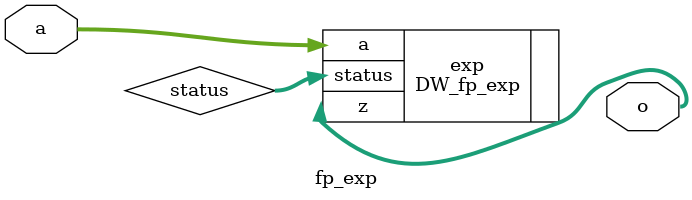
<source format=v>
module fp_exp (
    input [15:0] a,
    output [15:0] o
);

wire [7:0] status;

DW_fp_exp #(
    .sig_width(7),
    .exp_width(8),
    .ieee_compliance(1'b1)
) exp (
    .a(a),
    .z(o),
    .status(status)
);

endmodule

</source>
